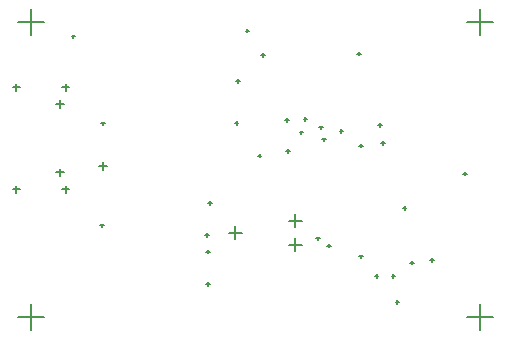
<source format=gbr>
%TF.GenerationSoftware,Altium Limited,Altium Designer,24.4.1 (13)*%
G04 Layer_Color=128*
%FSLAX45Y45*%
%MOMM*%
%TF.SameCoordinates,B8B7DE2E-4358-4D64-837E-663932822D10*%
%TF.FilePolarity,Positive*%
%TF.FileFunction,Drillmap*%
%TF.Part,Single*%
G01*
G75*
%TA.AperFunction,NonConductor*%
%ADD98C,0.12700*%
D98*
X-1639750Y-167000D02*
X-1579750D01*
X-1609750Y-197000D02*
Y-137000D01*
X-1639750Y697000D02*
X-1579750D01*
X-1609750Y667000D02*
Y727000D01*
X-1692250Y554000D02*
X-1627250D01*
X-1659750Y521500D02*
Y586500D01*
X-1692250Y-24000D02*
X-1627250D01*
X-1659750Y-56500D02*
Y8500D01*
X-2057750Y697000D02*
X-1997750D01*
X-2027750Y667000D02*
Y727000D01*
X-2057750Y-167000D02*
X-1997750D01*
X-2027750Y-197000D02*
Y-137000D01*
X-2010000Y1250000D02*
X-1790000D01*
X-1900000Y1140000D02*
Y1360000D01*
X-2010000Y-1250000D02*
X-1790000D01*
X-1900000Y-1360000D02*
Y-1140000D01*
X1790000Y-1250000D02*
X2010000D01*
X1900000Y-1360000D02*
Y-1140000D01*
X1790000Y1250000D02*
X2010000D01*
X1900000Y1140000D02*
Y1360000D01*
X280650Y-636600D02*
X387350D01*
X334000Y-689950D02*
Y-583250D01*
X280650Y-433400D02*
X387350D01*
X334000Y-486750D02*
Y-380050D01*
X-227350Y-535000D02*
X-120650D01*
X-174000Y-588350D02*
Y-481650D01*
X-402500Y-285000D02*
X-372500D01*
X-387500Y-300000D02*
Y-270000D01*
X-1310000Y390000D02*
X-1280000D01*
X-1295000Y375000D02*
Y405000D01*
X-1317984Y-472386D02*
X-1287984D01*
X-1302984Y-487386D02*
Y-457386D01*
X-85700Y1175700D02*
X-55700D01*
X-70700Y1160700D02*
Y1190700D01*
X1757500Y-35000D02*
X1787500D01*
X1772500Y-50000D02*
Y-20000D01*
X1182500Y-1122500D02*
X1212500D01*
X1197500Y-1137500D02*
Y-1107500D01*
X-1560000Y1127500D02*
X-1530000D01*
X-1545000Y1112500D02*
Y1142500D01*
X-1330560Y27500D02*
X-1259440D01*
X-1295000Y-8060D02*
Y63060D01*
X510000Y-582500D02*
X540000D01*
X525000Y-597500D02*
Y-567500D01*
X17500Y117500D02*
X47500D01*
X32500Y102500D02*
Y132500D01*
X-420000Y-970000D02*
X-390000D01*
X-405000Y-985000D02*
Y-955000D01*
X257500Y157500D02*
X287500D01*
X272500Y142500D02*
Y172500D01*
X247500Y417500D02*
X277500D01*
X262500Y402500D02*
Y432500D01*
X860000Y982500D02*
X890000D01*
X875000Y967500D02*
Y997500D01*
X1060000Y222500D02*
X1090000D01*
X1075000Y207500D02*
Y237500D01*
X1477520Y-767878D02*
X1507520D01*
X1492520Y-782878D02*
Y-752878D01*
X1245000Y-325000D02*
X1275000D01*
X1260000Y-340000D02*
Y-310000D01*
X1150000Y-902500D02*
X1180000D01*
X1165000Y-917500D02*
Y-887500D01*
X1007500Y-900000D02*
X1037500D01*
X1022500Y-915000D02*
Y-885000D01*
X-427500Y-555000D02*
X-397500D01*
X-412500Y-570000D02*
Y-540000D01*
X-420000Y-695000D02*
X-390000D01*
X-405000Y-710000D02*
Y-680000D01*
X1307500Y-787500D02*
X1337500D01*
X1322500Y-802500D02*
Y-772500D01*
X877500Y-735000D02*
X907500D01*
X892500Y-750000D02*
Y-720000D01*
X605000Y-645000D02*
X635000D01*
X620000Y-660000D02*
Y-630000D01*
X47500Y970000D02*
X77500D01*
X62500Y955000D02*
Y985000D01*
X-177500Y392500D02*
X-147500D01*
X-162500Y377500D02*
Y407500D01*
X562500Y255000D02*
X592500D01*
X577500Y240000D02*
Y270000D01*
X535000Y357500D02*
X565000D01*
X550000Y342500D02*
Y372500D01*
X405000Y427500D02*
X435000D01*
X420000Y412500D02*
Y442500D01*
X370000Y315000D02*
X400000D01*
X385000Y300000D02*
Y330000D01*
X710000Y325000D02*
X740000D01*
X725000Y310000D02*
Y340000D01*
X873916Y203124D02*
X903916D01*
X888916Y188124D02*
Y218124D01*
X1035000Y375000D02*
X1065000D01*
X1050000Y360000D02*
Y390000D01*
X-165000Y750000D02*
X-135000D01*
X-150000Y735000D02*
Y765000D01*
%TF.MD5,42e82436aeaddedaa5c6b17fd910ddac*%
M02*

</source>
